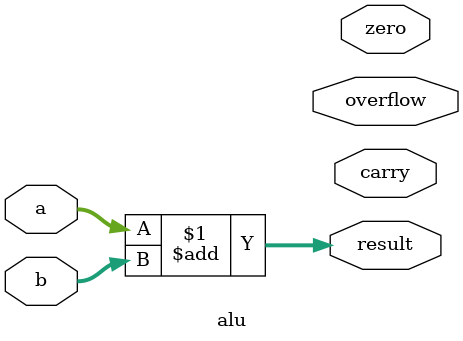
<source format=v>
module alu(
        input [3:0] a,
        input [3:0] b,
        output reg [3:0] result,
        output reg carry,
        output reg zero,
        output reg overflow
    );
    assign result = a + b;
endmodule

</source>
